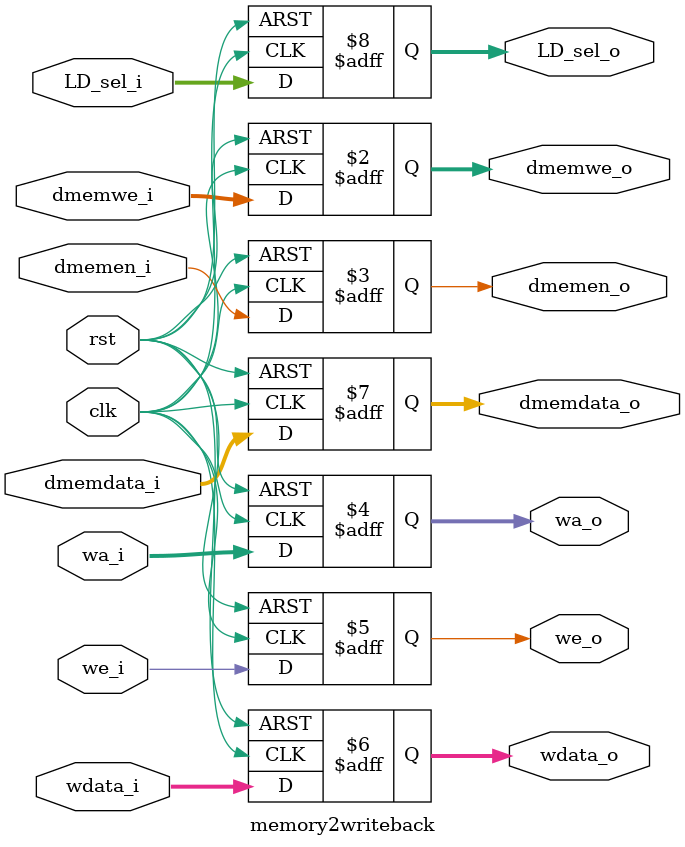
<source format=v>
module memory2writeback(
    input                           clk,
    input                           rst,

    input               [3:0]       dmemwe_i,
    input                           dmemen_i,
    input                [4:0]      wa_i,
    input                           we_i,
    input                [31:0]     wdata_i,
    input                [31:0]     dmemdata_i,
    input                [3:0]      LD_sel_i   ,

    output  reg         [3:0]       dmemwe_o,
    output  reg                     dmemen_o,
    output  reg          [4:0]      wa_o,
    output  reg                     we_o,
    output  reg          [31:0]     wdata_o,
    output  reg          [31:0]     dmemdata_o,
    output  reg          [3:0]      LD_sel_o        
);

    always @(posedge clk or posedge rst) begin
        if(rst) begin
            dmemwe_o <= 'd0;
            dmemen_o <= 'd0;
            wa_o <= 'd0; 
            we_o <= 'd0;
            wdata_o <= 'd0;
            dmemdata_o <= 'd0;
            LD_sel_o     <= 'd0;
        end else begin
            dmemwe_o <= dmemwe_i;
            dmemen_o <= dmemen_i;
            wa_o <= wa_i; 
            we_o <= we_i;
            wdata_o <= wdata_i;
            dmemdata_o <= dmemdata_i;
            LD_sel_o     <= LD_sel_i;
        end
    end
    
endmodule //memory2writeback


</source>
